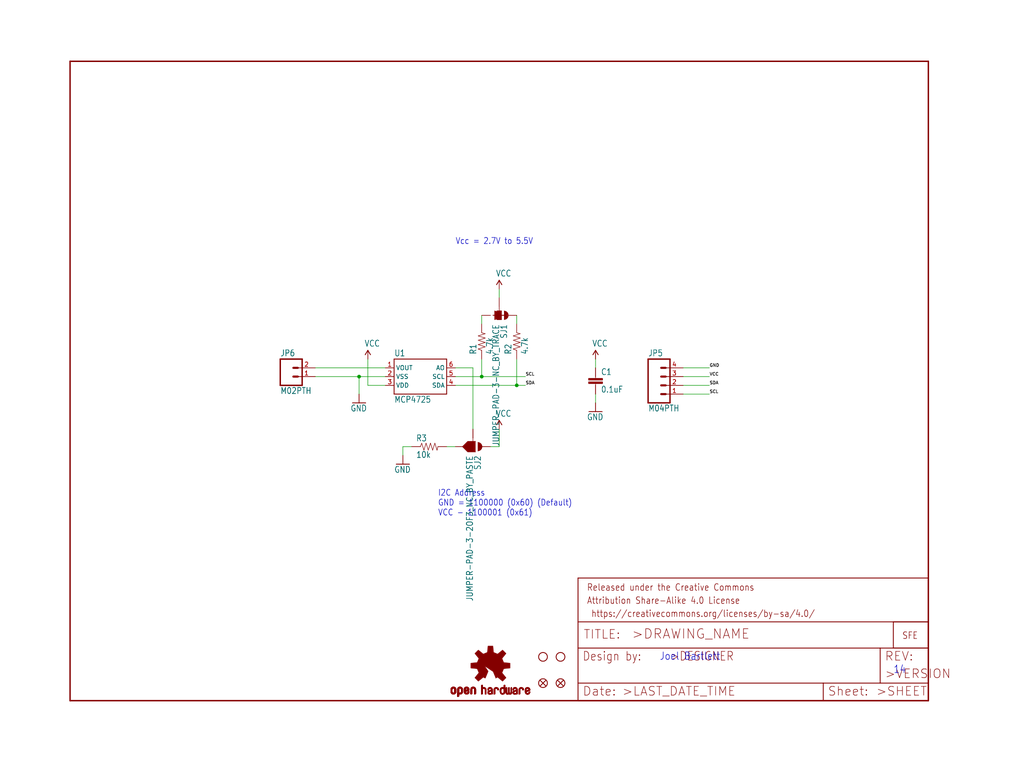
<source format=kicad_sch>
(kicad_sch (version 20211123) (generator eeschema)
  (paper "User" 297.002 223.926)
  (lib_symbols
    (symbol "schematicEagle-eagle-import:CAP0603-CAP"
      (property "Reference" "C" (at 1.524 2.921 0))
      (property "Value" "CAP0603-CAP" (at 1.524 -2.159 0))
      (symbol "CAP0603-CAP_1_0"
        (pin passive line (at 0 5.08 270) (length 2.54) (name "1") (number "1"))
        (pin passive line (at 0 -2.54 90) (length 2.54) (name "2") (number "2"))
      )
    )
    (symbol "schematicEagle-eagle-import:FIDUCIAL1X2")
    (symbol "schematicEagle-eagle-import:FRAME-LETTER"
      (symbol "FRAME-LETTER_2_0"
        (text " https://creativecommons.org/licenses/by-sa/4.0/" (at 2.54 24.13 0) (effects (font (size 1.9304 1.6408)) (justify left bottom)))
        (text ">DESIGNER" (at 26.67 11.43 0) (effects (font (size 2.54 2.159)) (justify left bottom)))
        (text ">DRAWING_NAME" (at 15.494 17.78 0) (effects (font (size 2.7432 2.7432)) (justify left bottom)))
        (text ">LAST_DATE_TIME" (at 12.7 1.27 0) (effects (font (size 2.54 2.54)) (justify left bottom)))
        (text ">SHEET" (at 86.36 1.27 0) (effects (font (size 2.54 2.54)) (justify left bottom)))
        (text ">VERSION" (at 88.9 6.35 0) (effects (font (size 2.54 2.54)) (justify left bottom)))
        (text "Attribution Share-Alike 4.0 License" (at 2.54 27.94 0) (effects (font (size 1.9304 1.6408)) (justify left bottom)))
        (text "Date:" (at 1.27 1.27 0) (effects (font (size 2.54 2.54)) (justify left bottom)))
        (text "Design by:" (at 1.27 11.43 0) (effects (font (size 2.54 2.159)) (justify left bottom)))
        (text "Released under the Creative Commons" (at 2.54 31.75 0) (effects (font (size 1.9304 1.6408)) (justify left bottom)))
        (text "REV:" (at 88.9 11.43 0) (effects (font (size 2.54 2.54)) (justify left bottom)))
        (text "Sheet:" (at 72.39 1.27 0) (effects (font (size 2.54 2.54)) (justify left bottom)))
        (text "TITLE:" (at 1.524 17.78 0) (effects (font (size 2.54 2.54)) (justify left bottom)))
      )
    )
    (symbol "schematicEagle-eagle-import:GND" (power)
      (property "Value" "GND" (at -2.54 -2.54 0))
      (symbol "GND_1_0"
        (pin power_in line (at 0 2.54 270) (length 2.54) (name "GND") (number "1"))
      )
    )
    (symbol "schematicEagle-eagle-import:JUMPER-PAD-3-2OF3_NC_BY_PASTE"
      (property "Reference" "SJ" (at 2.54 0.381 0))
      (property "Value" "JUMPER-PAD-3-2OF3_NC_BY_PASTE" (at 2.54 -1.905 0))
      (symbol "JUMPER-PAD-3-2OF3_NC_BY_PASTE_1_0"
        (pin passive line (at 0 5.08 270) (length 2.54) (name "1") (number "1"))
        (pin passive line (at -5.08 0 0) (length 2.54) (name "2") (number "2"))
        (pin passive line (at 0 -5.08 90) (length 2.54) (name "3") (number "3"))
      )
    )
    (symbol "schematicEagle-eagle-import:JUMPER-PAD-3-NC_BY_TRACE"
      (property "Reference" "SJ" (at 2.54 0.381 0))
      (property "Value" "JUMPER-PAD-3-NC_BY_TRACE" (at 2.54 -1.905 0))
      (symbol "JUMPER-PAD-3-NC_BY_TRACE_1_0"
        (pin passive line (at 0 5.08 270) (length 2.54) (name "1") (number "1"))
        (pin passive line (at -5.08 0 0) (length 2.54) (name "2") (number "2"))
        (pin passive line (at 0 -5.08 90) (length 2.54) (name "3") (number "3"))
      )
    )
    (symbol "schematicEagle-eagle-import:LOGO-SFESK"
      (symbol "LOGO-SFESK_1_0"
        (text "SFE" (at 0 0 0) (effects (font (size 1.9304 1.6408)) (justify left bottom)))
      )
    )
    (symbol "schematicEagle-eagle-import:M02PTH"
      (property "Reference" "JP" (at -2.54 5.842 0))
      (property "Value" "M02PTH" (at -2.54 -5.08 0))
      (symbol "M02PTH_1_0"
        (pin passive line (at 7.62 0 180) (length 5.08) (name "1") (number "1"))
        (pin passive line (at 7.62 2.54 180) (length 5.08) (name "2") (number "2"))
      )
    )
    (symbol "schematicEagle-eagle-import:M04PTH"
      (property "Reference" "JP" (at -5.08 8.382 0))
      (property "Value" "M04PTH" (at -5.08 -7.62 0))
      (symbol "M04PTH_1_0"
        (pin passive line (at 5.08 -2.54 180) (length 5.08) (name "1") (number "1"))
        (pin passive line (at 5.08 0 180) (length 5.08) (name "2") (number "2"))
        (pin passive line (at 5.08 2.54 180) (length 5.08) (name "3") (number "3"))
        (pin passive line (at 5.08 5.08 180) (length 5.08) (name "4") (number "4"))
      )
    )
    (symbol "schematicEagle-eagle-import:MCP4725SOT-23"
      (property "Reference" "U" (at -7.62 5.842 0))
      (property "Value" "MCP4725SOT-23" (at -7.62 -7.62 0))
      (symbol "MCP4725SOT-23_1_0"
        (pin bidirectional line (at -10.16 2.54 0) (length 2.54) (name "VOUT") (number "1"))
        (pin bidirectional line (at -10.16 0 0) (length 2.54) (name "VSS") (number "2"))
        (pin bidirectional line (at -10.16 -2.54 0) (length 2.54) (name "VDD") (number "3"))
        (pin bidirectional line (at 10.16 -2.54 180) (length 2.54) (name "SDA") (number "4"))
        (pin bidirectional line (at 10.16 0 180) (length 2.54) (name "SCL") (number "5"))
        (pin bidirectional line (at 10.16 2.54 180) (length 2.54) (name "AO") (number "6"))
      )
    )
    (symbol "schematicEagle-eagle-import:OSHW-LOGOS")
    (symbol "schematicEagle-eagle-import:RESISTOR0603-RES"
      (property "Reference" "R" (at -3.81 1.4986 0))
      (property "Value" "RESISTOR0603-RES" (at -3.81 -3.302 0))
      (symbol "RESISTOR0603-RES_1_0"
        (pin passive line (at -5.08 0 0) (length 2.54) (name "1") (number "1"))
        (pin passive line (at 5.08 0 180) (length 2.54) (name "2") (number "2"))
      )
    )
    (symbol "schematicEagle-eagle-import:STAND-OFF")
    (symbol "schematicEagle-eagle-import:VCC" (power)
      (property "Value" "VCC" (at -1.016 3.556 0))
      (symbol "VCC_1_0"
        (pin power_in line (at 0 0 90) (length 2.54) (name "VCC") (number "1"))
      )
    )
  )
  (junction (at 104.14 109.22))
  (junction (at 139.7 109.22))
  (junction (at 149.86 111.76))
  (wire (pts (xy 104.14 114.3) (xy 104.14 109.22)))
  (wire (pts (xy 132.08 106.68) (xy 137.16 106.68)))
  (wire (pts (xy 111.76 111.76) (xy 106.68 111.76)))
  (wire (pts (xy 198.12 114.3) (xy 205.74 114.3)))
  (wire (pts (xy 149.86 111.76) (xy 149.86 104.14)))
  (wire (pts (xy 137.16 106.68) (xy 137.16 124.46)))
  (wire (pts (xy 116.84 132.08) (xy 116.84 129.54)))
  (wire (pts (xy 132.08 109.22) (xy 139.7 109.22)))
  (wire (pts (xy 139.7 93.98) (xy 139.7 91.44)))
  (wire (pts (xy 132.08 111.76) (xy 149.86 111.76)))
  (wire (pts (xy 106.68 111.76) (xy 106.68 104.14)))
  (wire (pts (xy 142.24 129.54) (xy 144.78 129.54)))
  (wire (pts (xy 149.86 93.98) (xy 149.86 91.44)))
  (wire (pts (xy 149.86 111.76) (xy 152.4 111.76)))
  (wire (pts (xy 139.7 109.22) (xy 152.4 109.22)))
  (wire (pts (xy 198.12 106.68) (xy 205.74 106.68)))
  (wire (pts (xy 129.54 129.54) (xy 132.08 129.54)))
  (wire (pts (xy 172.72 114.3) (xy 172.72 116.84)))
  (wire (pts (xy 116.84 129.54) (xy 119.38 129.54)))
  (wire (pts (xy 111.76 106.68) (xy 91.44 106.68)))
  (wire (pts (xy 172.72 104.14) (xy 172.72 106.68)))
  (wire (pts (xy 198.12 109.22) (xy 205.74 109.22)))
  (wire (pts (xy 139.7 109.22) (xy 139.7 104.14)))
  (wire (pts (xy 91.44 109.22) (xy 104.14 109.22)))
  (wire (pts (xy 104.14 109.22) (xy 111.76 109.22)))
  (wire (pts (xy 198.12 111.76) (xy 205.74 111.76)))
  (wire (pts (xy 144.78 129.54) (xy 144.78 124.46)))
  (wire (pts (xy 144.78 83.82) (xy 144.78 86.36)))
  (text "14" (at 259.08 195.58 180) (effects (font (size 2.1844 1.8567)) (justify left bottom)))
  (text "Joel Bartlett" (at 191.262 191.77 180) (effects (font (size 2.1844 1.8567)) (justify left bottom)))
  (text "Vcc = 2.7V to 5.5V" (at 132.08 71.12 180) (effects (font (size 1.778 1.5113)) (justify left bottom)))
  (text "I2C Address\nGND = 1100000 (0x60) (Default)\nVCC - 1100001 (0x61)" (at 127 149.86 0) (effects (font (size 1.778 1.5113)) (justify left bottom)))
  (label "SDA" (at 152.4 111.76 0) (effects (font (size 0.889 0.889))))
  (label "SDA" (at 205.74 111.76 0) (effects (font (size 0.889 0.889))))
  (label "VCC" (at 205.74 109.22 0) (effects (font (size 0.889 0.889))))
  (label "SCL" (at 205.74 114.3 0) (effects (font (size 0.889 0.889))))
  (label "SCL" (at 152.4 109.22 0) (effects (font (size 0.889 0.889))))
  (label "GND" (at 205.74 106.68 0) (effects (font (size 0.889 0.889))))
  (symbol (lib_id "schematicEagle-eagle-import:GND") (at 116.84 134.62 0) (unit 1)
    (property "Reference" "#GND2" (effects hide))
    (property "Value" "GND" (at 114.3 137.16 0) (effects (font (size 1.778 1.5113)) (justify left bottom)))
    (property "Footprint" "schematicEagle:" (effects hide))
  )
  (symbol (lib_id "schematicEagle-eagle-import:JUMPER-PAD-3-2OF3_NC_BY_PASTE") (at 137.16 129.54 270) (unit 1)
    (property "Reference" "SJ2" (at 137.541 132.08 0) (effects (font (size 1.778 1.5113)) (justify left bottom)))
    (property "Value" "JUMPER-PAD-3-2OF3_NC_BY_PASTE" (at 135.255 132.08 0) (effects (font (size 1.778 1.5113)) (justify left bottom)))
    (property "Footprint" "schematicEagle:PAD-JUMPER-3-2OF3_NC_BY_PASTE_YES_SILK_FULL_BOX" (effects hide))
  )
  (symbol (lib_id "schematicEagle-eagle-import:CAP0603-CAP") (at 172.72 111.76 0) (unit 1)
    (property "Reference" "C1" (at 174.244 108.839 0) (effects (font (size 1.778 1.5113)) (justify left bottom)))
    (property "Value" "0.1uF" (at 174.244 113.919 0) (effects (font (size 1.778 1.5113)) (justify left bottom)))
    (property "Footprint" "schematicEagle:0603-CAP" (effects hide))
  )
  (symbol (lib_id "schematicEagle-eagle-import:JUMPER-PAD-3-NC_BY_TRACE") (at 144.78 91.44 270) (unit 1)
    (property "Reference" "SJ1" (at 145.161 93.98 0) (effects (font (size 1.778 1.5113)) (justify left bottom)))
    (property "Value" "JUMPER-PAD-3-NC_BY_TRACE" (at 142.875 93.98 0) (effects (font (size 1.778 1.5113)) (justify left bottom)))
    (property "Footprint" "schematicEagle:PAD-JUMPER-3-3OF3_NC_BY_TRACE_YES_SILK_FULL_BOX" (effects hide))
  )
  (symbol (lib_id "schematicEagle-eagle-import:VCC") (at 172.72 104.14 0) (unit 1)
    (property "Reference" "#P+4" (effects hide))
    (property "Value" "VCC" (at 171.704 100.584 0) (effects (font (size 1.778 1.5113)) (justify left bottom)))
    (property "Footprint" "schematicEagle:" (effects hide))
  )
  (symbol (lib_id "schematicEagle-eagle-import:FRAME-LETTER") (at 20.32 203.2 0) (unit 1)
    (property "Reference" "FRAME2" (effects hide))
    (property "Value" "FRAME-LETTER" (effects hide))
    (property "Footprint" "schematicEagle:CREATIVE_COMMONS" (effects hide))
  )
  (symbol (lib_id "schematicEagle-eagle-import:VCC") (at 144.78 83.82 0) (unit 1)
    (property "Reference" "#P+2" (effects hide))
    (property "Value" "VCC" (at 143.764 80.264 0) (effects (font (size 1.778 1.5113)) (justify left bottom)))
    (property "Footprint" "schematicEagle:" (effects hide))
  )
  (symbol (lib_id "schematicEagle-eagle-import:FIDUCIAL1X2") (at 162.56 198.12 0) (unit 1)
    (property "Reference" "FID2" (effects hide))
    (property "Value" "FIDUCIAL1X2" (effects hide))
    (property "Footprint" "schematicEagle:FIDUCIAL-1X2" (effects hide))
  )
  (symbol (lib_id "schematicEagle-eagle-import:M02PTH") (at 83.82 109.22 0) (unit 1)
    (property "Reference" "JP6" (at 81.28 103.378 0) (effects (font (size 1.778 1.5113)) (justify left bottom)))
    (property "Value" "M02PTH" (at 81.28 114.3 0) (effects (font (size 1.778 1.5113)) (justify left bottom)))
    (property "Footprint" "schematicEagle:1X02" (effects hide))
  )
  (symbol (lib_id "schematicEagle-eagle-import:MCP4725SOT-23") (at 121.92 109.22 0) (unit 1)
    (property "Reference" "U1" (at 114.3 103.378 0) (effects (font (size 1.778 1.5113)) (justify left bottom)))
    (property "Value" "MCP4725" (at 114.3 116.84 0) (effects (font (size 1.778 1.5113)) (justify left bottom)))
    (property "Footprint" "schematicEagle:SOT23-6" (effects hide))
  )
  (symbol (lib_id "schematicEagle-eagle-import:STAND-OFF") (at 157.48 190.5 0) (unit 1)
    (property "Reference" "STANDOFF1" (effects hide))
    (property "Value" "STAND-OFF" (effects hide))
    (property "Footprint" "schematicEagle:STAND-OFF" (effects hide))
  )
  (symbol (lib_id "schematicEagle-eagle-import:FIDUCIAL1X2") (at 157.48 198.12 0) (unit 1)
    (property "Reference" "FID1" (effects hide))
    (property "Value" "FIDUCIAL1X2" (effects hide))
    (property "Footprint" "schematicEagle:FIDUCIAL-1X2" (effects hide))
  )
  (symbol (lib_id "schematicEagle-eagle-import:RESISTOR0603-RES") (at 139.7 99.06 90) (unit 1)
    (property "Reference" "R1" (at 138.2014 102.87 0) (effects (font (size 1.778 1.5113)) (justify left bottom)))
    (property "Value" "4.7k" (at 143.002 102.87 0) (effects (font (size 1.778 1.5113)) (justify left bottom)))
    (property "Footprint" "schematicEagle:0603-RES" (effects hide))
  )
  (symbol (lib_id "schematicEagle-eagle-import:FRAME-LETTER") (at 167.64 203.2 0) (unit 2)
    (property "Reference" "FRAME2" (effects hide))
    (property "Value" "FRAME-LETTER" (effects hide))
    (property "Footprint" "schematicEagle:CREATIVE_COMMONS" (effects hide))
  )
  (symbol (lib_id "schematicEagle-eagle-import:RESISTOR0603-RES") (at 124.46 129.54 0) (unit 1)
    (property "Reference" "R3" (at 120.65 128.0414 0) (effects (font (size 1.778 1.5113)) (justify left bottom)))
    (property "Value" "10k" (at 120.65 132.842 0) (effects (font (size 1.778 1.5113)) (justify left bottom)))
    (property "Footprint" "schematicEagle:0603-RES" (effects hide))
  )
  (symbol (lib_id "schematicEagle-eagle-import:GND") (at 172.72 119.38 0) (unit 1)
    (property "Reference" "#GND1" (effects hide))
    (property "Value" "GND" (at 170.18 121.92 0) (effects (font (size 1.778 1.5113)) (justify left bottom)))
    (property "Footprint" "schematicEagle:" (effects hide))
  )
  (symbol (lib_id "schematicEagle-eagle-import:M04PTH") (at 193.04 111.76 0) (unit 1)
    (property "Reference" "JP5" (at 187.96 103.378 0) (effects (font (size 1.778 1.5113)) (justify left bottom)))
    (property "Value" "M04PTH" (at 187.96 119.38 0) (effects (font (size 1.778 1.5113)) (justify left bottom)))
    (property "Footprint" "schematicEagle:1X04" (effects hide))
  )
  (symbol (lib_id "schematicEagle-eagle-import:VCC") (at 144.78 124.46 0) (unit 1)
    (property "Reference" "#P+1" (effects hide))
    (property "Value" "VCC" (at 143.764 120.904 0) (effects (font (size 1.778 1.5113)) (justify left bottom)))
    (property "Footprint" "schematicEagle:" (effects hide))
  )
  (symbol (lib_id "schematicEagle-eagle-import:RESISTOR0603-RES") (at 149.86 99.06 90) (unit 1)
    (property "Reference" "R2" (at 148.3614 102.87 0) (effects (font (size 1.778 1.5113)) (justify left bottom)))
    (property "Value" "4.7k" (at 153.162 102.87 0) (effects (font (size 1.778 1.5113)) (justify left bottom)))
    (property "Footprint" "schematicEagle:0603-RES" (effects hide))
  )
  (symbol (lib_id "schematicEagle-eagle-import:STAND-OFF") (at 162.56 190.5 0) (unit 1)
    (property "Reference" "STANDOFF2" (effects hide))
    (property "Value" "STAND-OFF" (effects hide))
    (property "Footprint" "schematicEagle:STAND-OFF" (effects hide))
  )
  (symbol (lib_id "schematicEagle-eagle-import:LOGO-SFESK") (at 261.62 185.42 0) (unit 1)
    (property "Reference" "GND0" (effects hide))
    (property "Value" "LOGO-SFESK" (effects hide))
    (property "Footprint" "schematicEagle:SFE-LOGO-FLAME" (effects hide))
  )
  (symbol (lib_id "schematicEagle-eagle-import:VCC") (at 106.68 104.14 0) (unit 1)
    (property "Reference" "#P+5" (effects hide))
    (property "Value" "VCC" (at 105.664 100.584 0) (effects (font (size 1.778 1.5113)) (justify left bottom)))
    (property "Footprint" "schematicEagle:" (effects hide))
  )
  (symbol (lib_id "schematicEagle-eagle-import:OSHW-LOGOS") (at 142.24 193.04 0) (unit 1)
    (property "Reference" "LOGO1" (effects hide))
    (property "Value" "OSHW-LOGOS" (effects hide))
    (property "Footprint" "schematicEagle:OSHW-LOGO-S" (effects hide))
  )
  (symbol (lib_id "schematicEagle-eagle-import:GND") (at 104.14 116.84 0) (unit 1)
    (property "Reference" "#GND5" (effects hide))
    (property "Value" "GND" (at 101.6 119.38 0) (effects (font (size 1.778 1.5113)) (justify left bottom)))
    (property "Footprint" "schematicEagle:" (effects hide))
  )
)
</source>
